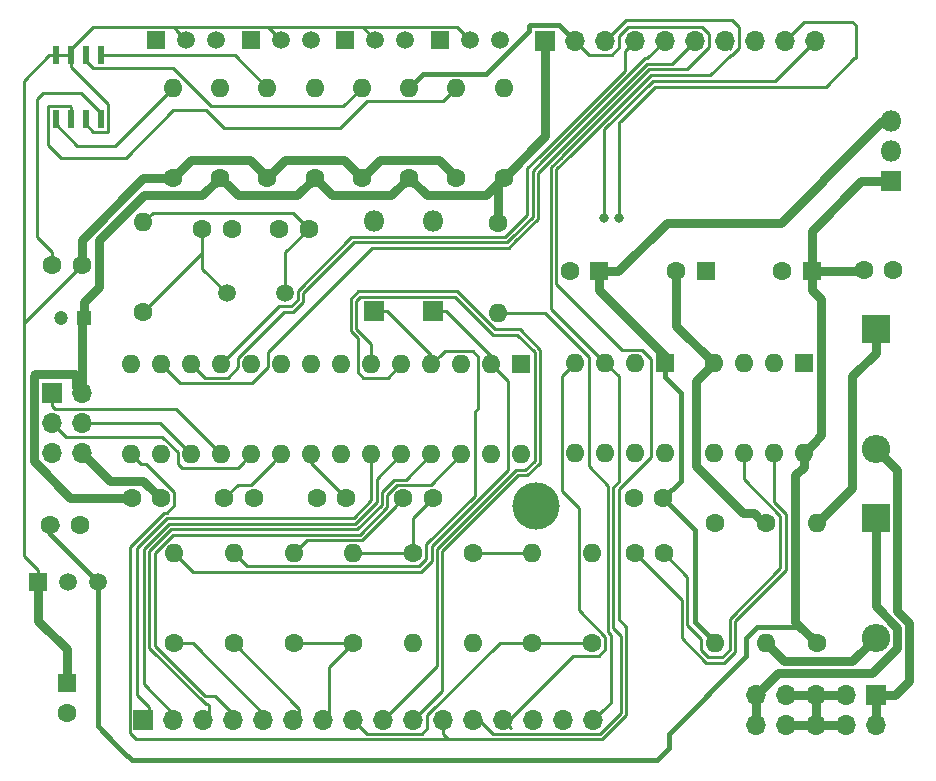
<source format=gtl>
G04 #@! TF.GenerationSoftware,KiCad,Pcbnew,(5.1.2)-1*
G04 #@! TF.CreationDate,2020-08-05T13:24:30-07:00*
G04 #@! TF.ProjectId,kicad-cpu-board,6b696361-642d-4637-9075-2d626f617264,rev?*
G04 #@! TF.SameCoordinates,Original*
G04 #@! TF.FileFunction,Copper,L1,Top*
G04 #@! TF.FilePolarity,Positive*
%FSLAX46Y46*%
G04 Gerber Fmt 4.6, Leading zero omitted, Abs format (unit mm)*
G04 Created by KiCad (PCBNEW (5.1.2)-1) date 2020-08-05 13:24:30*
%MOMM*%
%LPD*%
G04 APERTURE LIST*
%ADD10C,1.520000*%
%ADD11R,1.520000X1.520000*%
%ADD12C,1.600000*%
%ADD13O,1.600000X1.600000*%
%ADD14R,1.700000X1.700000*%
%ADD15O,1.700000X1.700000*%
%ADD16R,1.600000X1.600000*%
%ADD17C,1.200000*%
%ADD18R,1.200000X1.200000*%
%ADD19O,1.800000X1.800000*%
%ADD20R,1.800000X1.800000*%
%ADD21R,2.400000X2.400000*%
%ADD22O,2.400000X2.400000*%
%ADD23R,0.600000X1.550000*%
%ADD24C,1.500000*%
%ADD25C,4.000000*%
%ADD26C,0.800000*%
%ADD27C,0.250000*%
%ADD28C,0.800000*%
%ADD29C,0.400000*%
G04 APERTURE END LIST*
D10*
X29611320Y-95415100D03*
X32151320Y-95415100D03*
D11*
X27071320Y-95415100D03*
D10*
X55647700Y-49500000D03*
X58187700Y-49500000D03*
D11*
X53107700Y-49500000D03*
D10*
X39647700Y-49500000D03*
X42187700Y-49500000D03*
D11*
X37107700Y-49500000D03*
D10*
X47647700Y-49500000D03*
X50187700Y-49500000D03*
D11*
X45107700Y-49500000D03*
D10*
X63647700Y-49500000D03*
X66187700Y-49500000D03*
D11*
X61107700Y-49500000D03*
D12*
X80086840Y-93002100D03*
X77586840Y-93002100D03*
X88713530Y-90421460D03*
D13*
X88713530Y-100581460D03*
D12*
X93000000Y-100621460D03*
D13*
X93000000Y-90461460D03*
D12*
X84427060Y-90421460D03*
D13*
X84427060Y-100581460D03*
D14*
X36007040Y-107099100D03*
D15*
X38547040Y-107099100D03*
X41087040Y-107099100D03*
X43627040Y-107099100D03*
X46167040Y-107099100D03*
X48707040Y-107099100D03*
X51247040Y-107099100D03*
X53787040Y-107099100D03*
X56327040Y-107099100D03*
X58867040Y-107099100D03*
X61407040Y-107099100D03*
X63947040Y-107099100D03*
X66487040Y-107099100D03*
X69027040Y-107099100D03*
X71567040Y-107099100D03*
X74107040Y-107099100D03*
D16*
X80200000Y-76900000D03*
D13*
X72580000Y-84520000D03*
X77660000Y-76900000D03*
X75120000Y-84520000D03*
X75120000Y-76900000D03*
X77660000Y-84520000D03*
X72580000Y-76900000D03*
X80200000Y-84520000D03*
D12*
X97000000Y-69000000D03*
X99500000Y-69000000D03*
X30625001Y-90625001D03*
X28125001Y-90625001D03*
D13*
X68000000Y-84620000D03*
X34980000Y-77000000D03*
X65460000Y-84620000D03*
X37520000Y-77000000D03*
X62920000Y-84620000D03*
X40060000Y-77000000D03*
X60380000Y-84620000D03*
X42600000Y-77000000D03*
X57840000Y-84620000D03*
X45140000Y-77000000D03*
X55300000Y-84620000D03*
X47680000Y-77000000D03*
X52760000Y-84620000D03*
X50220000Y-77000000D03*
X50220000Y-84620000D03*
X52760000Y-77000000D03*
X47680000Y-84620000D03*
X55300000Y-77000000D03*
X45140000Y-84620000D03*
X57840000Y-77000000D03*
X42600000Y-84620000D03*
X60380000Y-77000000D03*
X40060000Y-84620000D03*
X62920000Y-77000000D03*
X37520000Y-84620000D03*
X65460000Y-77000000D03*
X34980000Y-84620000D03*
D16*
X68000000Y-77000000D03*
D12*
X72100000Y-69100000D03*
D16*
X74600000Y-69100000D03*
D17*
X29000000Y-73100000D03*
D18*
X31000000Y-73100000D03*
D12*
X80000000Y-88350000D03*
X77500000Y-88350000D03*
X45350000Y-88350000D03*
X42850000Y-88350000D03*
X50000000Y-65500000D03*
X47500000Y-65500000D03*
X53200000Y-88350000D03*
X50700000Y-88350000D03*
X41000000Y-65500000D03*
X43500000Y-65500000D03*
D16*
X29525000Y-104000000D03*
D12*
X29525000Y-106500000D03*
X90100000Y-69100000D03*
D16*
X92600000Y-69100000D03*
X83600000Y-69100000D03*
D12*
X81100000Y-69100000D03*
X30775000Y-68600000D03*
X28275000Y-68600000D03*
X37500000Y-88350000D03*
X35000000Y-88350000D03*
X58000000Y-88350000D03*
X60500000Y-88350000D03*
D19*
X60500000Y-64880000D03*
D20*
X60500000Y-72500000D03*
X55500000Y-72500000D03*
D19*
X55500000Y-64880000D03*
D21*
X98000000Y-74000000D03*
D22*
X98000000Y-84160000D03*
X98000000Y-100160000D03*
D21*
X98000000Y-90000000D03*
D15*
X30790000Y-84480000D03*
X28250000Y-84480000D03*
X30790000Y-81940000D03*
X28250000Y-81940000D03*
X30790000Y-79400000D03*
D14*
X28250000Y-79400000D03*
D15*
X92875993Y-49594547D03*
X90335993Y-49594547D03*
X87795993Y-49594547D03*
X85255993Y-49594547D03*
X82715993Y-49594547D03*
X80175993Y-49594547D03*
X77635993Y-49594547D03*
X75095993Y-49594547D03*
X72555993Y-49594547D03*
D14*
X70015993Y-49594547D03*
D15*
X87840000Y-107540000D03*
X87840000Y-105000000D03*
X90380000Y-107540000D03*
X90380000Y-105000000D03*
X92920000Y-107540000D03*
X92920000Y-105000000D03*
X95460000Y-107540000D03*
X95460000Y-105000000D03*
X98000000Y-107540000D03*
D14*
X98000000Y-105000000D03*
D12*
X36000000Y-72600000D03*
D13*
X36000000Y-64980000D03*
D12*
X66000000Y-65000000D03*
D13*
X66000000Y-72620000D03*
D12*
X38600000Y-100600000D03*
D13*
X38600000Y-92980000D03*
X62500000Y-53580000D03*
D12*
X62500000Y-61200000D03*
D13*
X66500000Y-53580000D03*
D12*
X66500000Y-61200000D03*
X46500000Y-61200000D03*
D13*
X46500000Y-53580000D03*
X50500000Y-53580000D03*
D12*
X50500000Y-61200000D03*
D13*
X43657142Y-92980000D03*
D12*
X43657142Y-100600000D03*
D13*
X38500000Y-53580000D03*
D12*
X38500000Y-61200000D03*
X42500000Y-61200000D03*
D13*
X42500000Y-53580000D03*
X54500000Y-53580000D03*
D12*
X54500000Y-61200000D03*
X58500000Y-61200000D03*
D13*
X58500000Y-53580000D03*
X48714284Y-92980000D03*
D12*
X48714284Y-100600000D03*
X58828568Y-92950000D03*
D13*
X58828568Y-100570000D03*
X53771426Y-92980000D03*
D12*
X53771426Y-100600000D03*
X74000000Y-100600000D03*
D13*
X74000000Y-92980000D03*
X63885710Y-100570000D03*
D12*
X63885710Y-92950000D03*
X68942852Y-100600000D03*
D13*
X68942852Y-92980000D03*
D19*
X99300000Y-56420000D03*
X99300000Y-58960000D03*
D20*
X99300000Y-61500000D03*
D23*
X28595000Y-50800000D03*
X29865000Y-50800000D03*
X31135000Y-50800000D03*
X32405000Y-50800000D03*
X32405000Y-56200000D03*
X31135000Y-56200000D03*
X29865000Y-56200000D03*
X28595000Y-56200000D03*
D13*
X91900000Y-84520000D03*
X84280000Y-76900000D03*
X89360000Y-84520000D03*
X86820000Y-76900000D03*
X86820000Y-84520000D03*
X89360000Y-76900000D03*
X84280000Y-84520000D03*
D16*
X91900000Y-76900000D03*
D24*
X43100000Y-71000000D03*
X48000000Y-71000000D03*
D25*
X69257841Y-88951633D03*
D26*
X75000000Y-64600000D03*
X76300000Y-64600000D03*
D27*
X28275000Y-67468630D02*
X27000000Y-66193630D01*
X28275000Y-68600000D02*
X28275000Y-67468630D01*
X27000000Y-66193630D02*
X27000000Y-54500000D01*
X27000000Y-54500000D02*
X27500000Y-54000000D01*
X32405000Y-55725000D02*
X32405000Y-56200000D01*
X30680000Y-54000000D02*
X32405000Y-55725000D01*
X27500000Y-54000000D02*
X30680000Y-54000000D01*
D28*
X95460000Y-105000000D02*
X90380000Y-105000000D01*
X90380000Y-107540000D02*
X95460000Y-107540000D01*
X92920000Y-107540000D02*
X92920000Y-105000000D01*
X31639999Y-85329999D02*
X30790000Y-84480000D01*
X33159999Y-86849999D02*
X31639999Y-85329999D01*
X35999999Y-86849999D02*
X33159999Y-86849999D01*
X37500000Y-88350000D02*
X35999999Y-86849999D01*
D27*
X85697998Y-50036274D02*
X85700000Y-50038276D01*
X85697998Y-48908272D02*
X85697998Y-50036274D01*
X85700000Y-50038276D02*
X85700000Y-50300000D01*
X88237998Y-49600000D02*
X88237998Y-50062002D01*
X88237998Y-49600000D02*
X88237998Y-48908272D01*
D28*
X66000000Y-61700000D02*
X66500000Y-61200000D01*
X66000000Y-65000000D02*
X66000000Y-61700000D01*
X30332500Y-78942500D02*
X30790000Y-79400000D01*
X30332500Y-78000000D02*
X30332500Y-78942500D01*
D29*
X80200000Y-78100000D02*
X80200000Y-76900000D01*
X81500001Y-79400001D02*
X80200000Y-78100000D01*
X81500001Y-86849999D02*
X81500001Y-79400001D01*
X80000000Y-88350000D02*
X81500001Y-86849999D01*
D28*
X26699999Y-77989999D02*
X26839999Y-77849999D01*
X26839999Y-77849999D02*
X30182499Y-77849999D01*
X26699999Y-85224001D02*
X26699999Y-77989999D01*
X29825998Y-88350000D02*
X26699999Y-85224001D01*
X35000000Y-88350000D02*
X29825998Y-88350000D01*
X30182499Y-77849999D02*
X30332500Y-78000000D01*
X43299999Y-61999999D02*
X42500000Y-61200000D01*
X44000001Y-62700001D02*
X43299999Y-61999999D01*
X48999999Y-62700001D02*
X44000001Y-62700001D01*
X50500000Y-61200000D02*
X48999999Y-62700001D01*
X93509999Y-61410001D02*
X93509999Y-61490001D01*
X98500000Y-56420000D02*
X93509999Y-61410001D01*
X93509999Y-61490001D02*
X90000000Y-65000000D01*
X76200000Y-69100000D02*
X74600000Y-69100000D01*
X80300000Y-65000000D02*
X76200000Y-69100000D01*
X90000000Y-65000000D02*
X80300000Y-65000000D01*
X65700001Y-61999999D02*
X66500000Y-61200000D01*
X64999999Y-62700001D02*
X65700001Y-61999999D01*
X60000001Y-62700001D02*
X64999999Y-62700001D01*
X58500000Y-61200000D02*
X60000001Y-62700001D01*
X51299999Y-61999999D02*
X50500000Y-61200000D01*
X52000001Y-62700001D02*
X51299999Y-61999999D01*
X56999999Y-62700001D02*
X52000001Y-62700001D01*
X58500000Y-61200000D02*
X56999999Y-62700001D01*
X30790000Y-73310000D02*
X31000000Y-73100000D01*
X30790000Y-79400000D02*
X30790000Y-73310000D01*
X31000000Y-71700000D02*
X31000000Y-73100000D01*
X32275001Y-70424999D02*
X31000000Y-71700000D01*
X32275001Y-66484997D02*
X32275001Y-70424999D01*
X36059997Y-62700001D02*
X32275001Y-66484997D01*
X40999999Y-62700001D02*
X36059997Y-62700001D01*
X42500000Y-61200000D02*
X40999999Y-62700001D01*
X74600000Y-70700000D02*
X80200000Y-76300000D01*
X74600000Y-69100000D02*
X74600000Y-70700000D01*
X80200000Y-76300000D02*
X80200000Y-76900000D01*
D27*
X50220000Y-85370000D02*
X50220000Y-84620000D01*
X53200000Y-88350000D02*
X50220000Y-85370000D01*
D29*
X80000000Y-88350000D02*
X82677048Y-91027048D01*
X83627061Y-99781461D02*
X84427060Y-100581460D01*
X82677048Y-98831448D02*
X83627061Y-99781461D01*
X82677048Y-91027048D02*
X82677048Y-98831448D01*
D28*
X70015993Y-57684007D02*
X70015993Y-49594547D01*
X66500000Y-61200000D02*
X70015993Y-57684007D01*
D27*
X46880001Y-85419999D02*
X47680000Y-84620000D01*
X45075001Y-87224999D02*
X46880001Y-85419999D01*
X43975001Y-87224999D02*
X45075001Y-87224999D01*
X42850000Y-88350000D02*
X43975001Y-87224999D01*
X48000000Y-67500000D02*
X50000000Y-65500000D01*
X48000000Y-71000000D02*
X48000000Y-67500000D01*
X36799999Y-64180001D02*
X36000000Y-64980000D01*
X48680001Y-64180001D02*
X36799999Y-64180001D01*
X50000000Y-65500000D02*
X48680001Y-64180001D01*
X41000000Y-68900000D02*
X43100000Y-71000000D01*
X41000000Y-65500000D02*
X41000000Y-68900000D01*
X41000000Y-67600000D02*
X36000000Y-72600000D01*
X41000000Y-65500000D02*
X41000000Y-67600000D01*
X30775000Y-68600000D02*
X25874988Y-73500012D01*
X31135000Y-56675000D02*
X31135000Y-56200000D01*
X31760001Y-57300001D02*
X31135000Y-56675000D01*
X32965001Y-57300001D02*
X31760001Y-57300001D01*
X33030001Y-57235001D02*
X32965001Y-57300001D01*
X33030001Y-54990001D02*
X33030001Y-57235001D01*
X29865000Y-51825000D02*
X33030001Y-54990001D01*
X29865000Y-50800000D02*
X29865000Y-51825000D01*
X29865000Y-50800000D02*
X28595000Y-50800000D01*
X25874988Y-73500012D02*
X25874988Y-75500000D01*
X25874988Y-52970012D02*
X25874988Y-53500000D01*
X28045000Y-50800000D02*
X25874988Y-52970012D01*
X28595000Y-50800000D02*
X28045000Y-50800000D01*
D28*
X45700001Y-60400001D02*
X46500000Y-61200000D01*
X44999999Y-59699999D02*
X45700001Y-60400001D01*
X40000001Y-59699999D02*
X44999999Y-59699999D01*
X38500000Y-61200000D02*
X40000001Y-59699999D01*
X53700001Y-60400001D02*
X54500000Y-61200000D01*
X52999999Y-59699999D02*
X53700001Y-60400001D01*
X48000001Y-59699999D02*
X52999999Y-59699999D01*
X46500000Y-61200000D02*
X48000001Y-59699999D01*
X61700001Y-60400001D02*
X62500000Y-61200000D01*
X60999999Y-59699999D02*
X61700001Y-60400001D01*
X56000001Y-59699999D02*
X60999999Y-59699999D01*
X54500000Y-61200000D02*
X56000001Y-59699999D01*
X36004348Y-61200000D02*
X37368630Y-61200000D01*
X37368630Y-61200000D02*
X38500000Y-61200000D01*
X30775000Y-68600000D02*
X30775000Y-66429348D01*
X30775000Y-66429348D02*
X36004348Y-61200000D01*
D27*
X38887701Y-48740001D02*
X39647700Y-49500000D01*
X38562699Y-48414999D02*
X38887701Y-48740001D01*
X29865000Y-50325000D02*
X31775001Y-48414999D01*
X29865000Y-50800000D02*
X29865000Y-50325000D01*
X46562699Y-48414999D02*
X47647700Y-49500000D01*
X31775001Y-48414999D02*
X37876421Y-48414999D01*
X37876421Y-48414999D02*
X38562699Y-48414999D01*
X54562699Y-48414999D02*
X55647700Y-49500000D01*
X37876421Y-48414999D02*
X44983459Y-48414999D01*
X44983459Y-48414999D02*
X46562699Y-48414999D01*
X62562699Y-48414999D02*
X63647700Y-49500000D01*
X54107021Y-48414999D02*
X62562699Y-48414999D01*
X44983459Y-48414999D02*
X54107021Y-48414999D01*
X54107021Y-48414999D02*
X54562699Y-48414999D01*
D28*
X29525000Y-104000000D02*
X29525000Y-101140300D01*
X27071320Y-98686620D02*
X27071320Y-95415100D01*
X29525000Y-101140300D02*
X27071320Y-98686620D01*
D27*
X27071320Y-94405100D02*
X27071320Y-95415100D01*
X25874988Y-93208768D02*
X27071320Y-94405100D01*
X25874988Y-75102712D02*
X25874988Y-93208768D01*
X25874988Y-53500000D02*
X25874988Y-75102712D01*
X25874988Y-75102712D02*
X25874988Y-75500000D01*
D28*
X96800000Y-61500000D02*
X98500000Y-61500000D01*
X92600000Y-65700000D02*
X96800000Y-61500000D01*
X92600000Y-69100000D02*
X92600000Y-65700000D01*
X92699999Y-83720001D02*
X91900000Y-84520000D01*
X93400001Y-83019999D02*
X92699999Y-83720001D01*
X93400001Y-71500001D02*
X93400001Y-83019999D01*
X92600000Y-70700000D02*
X93400001Y-71500001D01*
X92600000Y-69100000D02*
X92600000Y-70700000D01*
X96900000Y-69100000D02*
X97000000Y-69000000D01*
X92600000Y-69100000D02*
X96900000Y-69100000D01*
X93000000Y-100600000D02*
X91213553Y-98813553D01*
X91213553Y-98806000D02*
X91213553Y-86330264D01*
X91213553Y-86337817D02*
X91900000Y-85651370D01*
X91900000Y-85651370D02*
X91900000Y-84520000D01*
D29*
X28125001Y-91388781D02*
X28125001Y-90625001D01*
X32151320Y-95415100D02*
X28125001Y-91388781D01*
X28699801Y-90625001D02*
X28125001Y-90625001D01*
X80500000Y-108290558D02*
X87058670Y-101731888D01*
X87058670Y-100190130D02*
X87978801Y-99269999D01*
X92200001Y-99800001D02*
X93000000Y-100600000D01*
X87978801Y-99269999D02*
X91669999Y-99269999D01*
X80500000Y-109500000D02*
X80500000Y-108290558D01*
X87058670Y-101731888D02*
X87058670Y-100190130D01*
X79500000Y-110500000D02*
X80500000Y-109500000D01*
X35000000Y-110500000D02*
X79500000Y-110500000D01*
X91669999Y-99269999D02*
X92200001Y-99800001D01*
X32151320Y-107651320D02*
X34297100Y-109797100D01*
X32151320Y-95415100D02*
X32151320Y-107651320D01*
X32500000Y-108000000D02*
X34297100Y-109797100D01*
X34297100Y-109797100D02*
X35000000Y-110500000D01*
D28*
X81100000Y-73720000D02*
X84280000Y-76900000D01*
X81100000Y-69100000D02*
X81100000Y-73720000D01*
X83480001Y-77699999D02*
X84280000Y-76900000D01*
X82779999Y-78400001D02*
X83480001Y-77699999D01*
D29*
X82779999Y-84984719D02*
X82779999Y-84738339D01*
X87079599Y-89621461D02*
X87665661Y-89621461D01*
D28*
X87665661Y-89621461D02*
X88465660Y-90421460D01*
X86783599Y-89621461D02*
X87665661Y-89621461D01*
X82779999Y-85617861D02*
X86783599Y-89621461D01*
X82779999Y-84100799D02*
X82779999Y-85617861D01*
X82779999Y-84738339D02*
X82779999Y-84100799D01*
X82779999Y-84100799D02*
X82779999Y-78400001D01*
D27*
X57200001Y-89149999D02*
X58000000Y-88350000D01*
X54495001Y-91854999D02*
X57200001Y-89149999D01*
X49839285Y-91854999D02*
X54495001Y-91854999D01*
X48714284Y-92980000D02*
X49839285Y-91854999D01*
X53801426Y-92950000D02*
X53771426Y-92980000D01*
X58828568Y-92950000D02*
X53801426Y-92950000D01*
X58828568Y-91818630D02*
X58828568Y-92950000D01*
X60500000Y-88350000D02*
X58828568Y-90021432D01*
X58828568Y-90021432D02*
X58828568Y-91818630D01*
X68912852Y-92950000D02*
X68942852Y-92980000D01*
X63885710Y-92950000D02*
X68912852Y-92950000D01*
X83839059Y-101806461D02*
X85015061Y-101806461D01*
X85015061Y-101806461D02*
X85652061Y-101169461D01*
X86820000Y-85651370D02*
X86820000Y-84520000D01*
X89938531Y-89833458D02*
X86820000Y-86714927D01*
X85652061Y-98529752D02*
X89938531Y-94243283D01*
X83202059Y-101169461D02*
X83839059Y-101806461D01*
X82052038Y-99090335D02*
X83202059Y-100240356D01*
X80086840Y-93002100D02*
X82052038Y-94967298D01*
X86820000Y-86714927D02*
X86820000Y-85651370D01*
X89938531Y-94243283D02*
X89938531Y-89833458D01*
X83202059Y-100240356D02*
X83202059Y-101169461D01*
X82052038Y-94967298D02*
X82052038Y-99090335D01*
X85652061Y-101169461D02*
X85652061Y-98529752D01*
X89500000Y-84660000D02*
X89360000Y-84520000D01*
X89360000Y-84520000D02*
X89360000Y-88618517D01*
X89360000Y-88618517D02*
X90388542Y-89647059D01*
X83652659Y-102256472D02*
X85201461Y-102256472D01*
X81602027Y-100205840D02*
X83652659Y-102256472D01*
X77657960Y-93002100D02*
X81602027Y-96946167D01*
X77586840Y-93002100D02*
X77657960Y-93002100D01*
X86102072Y-101355861D02*
X86102072Y-98716152D01*
X85201461Y-102256472D02*
X86102072Y-101355861D01*
X90388542Y-89647059D02*
X90388542Y-94429682D01*
X81602027Y-96946167D02*
X81602027Y-100205840D01*
X86102072Y-98716152D02*
X90388542Y-94429682D01*
X65460000Y-76310000D02*
X65460000Y-77000000D01*
X61650000Y-72500000D02*
X65460000Y-76310000D01*
X60500000Y-72500000D02*
X61650000Y-72500000D01*
X40175012Y-94555012D02*
X59524969Y-94555012D01*
X59524969Y-94555012D02*
X60403580Y-93676401D01*
X60403580Y-93676401D02*
X60403580Y-92420320D01*
X66874999Y-78414999D02*
X66259999Y-77799999D01*
X60403580Y-92420320D02*
X66874999Y-85948901D01*
X66259999Y-77799999D02*
X65460000Y-77000000D01*
X38600000Y-92980000D02*
X40175012Y-94555012D01*
X66874999Y-85948901D02*
X66874999Y-78414999D01*
X60380000Y-76230000D02*
X60380000Y-77000000D01*
X56650000Y-72500000D02*
X60380000Y-76230000D01*
X55500000Y-72500000D02*
X56650000Y-72500000D01*
X64045001Y-81000000D02*
X64334999Y-80710002D01*
X61179999Y-76200001D02*
X60380000Y-77000000D01*
X61505001Y-75874999D02*
X61179999Y-76200001D01*
X64334999Y-80710002D02*
X64334999Y-76334999D01*
X64334999Y-76334999D02*
X63874999Y-75874999D01*
X63874999Y-75874999D02*
X61505001Y-75874999D01*
X64045001Y-88142489D02*
X64045001Y-81000000D01*
X59953569Y-92233921D02*
X64045001Y-88142489D01*
X59953569Y-93490001D02*
X59953569Y-92233921D01*
X59338569Y-94105001D02*
X59953569Y-93490001D01*
X44782143Y-94105001D02*
X59338569Y-94105001D01*
X43657142Y-92980000D02*
X44782143Y-94105001D01*
D28*
X98000000Y-76000000D02*
X98000000Y-74000000D01*
X96000000Y-78000000D02*
X98000000Y-76000000D01*
X96000000Y-87461460D02*
X93000000Y-90461460D01*
X96000000Y-86099080D02*
X96000000Y-87461460D01*
X96000000Y-86099080D02*
X96000000Y-78000000D01*
X98000000Y-107540000D02*
X98000000Y-105000000D01*
X99650000Y-105000000D02*
X98000000Y-105000000D01*
X100800012Y-103849988D02*
X99650000Y-105000000D01*
X100800012Y-98881781D02*
X100800012Y-103849988D01*
X99800001Y-97881771D02*
X100800012Y-98881781D01*
X99800001Y-85960001D02*
X99800001Y-97881771D01*
X98000000Y-84160000D02*
X99800001Y-85960001D01*
X90253531Y-102121461D02*
X89513529Y-101381459D01*
X96038539Y-102121461D02*
X90253531Y-102121461D01*
X98000000Y-100160000D02*
X96038539Y-102121461D01*
X89513529Y-101381459D02*
X88713530Y-100581460D01*
X87840000Y-107540000D02*
X87840000Y-105000000D01*
X89718528Y-103121472D02*
X88689999Y-104150001D01*
X99800001Y-101024001D02*
X97702530Y-103121472D01*
X97702530Y-103121472D02*
X89718528Y-103121472D01*
X88689999Y-104150001D02*
X87840000Y-105000000D01*
X99800001Y-99295999D02*
X99800001Y-101024001D01*
X98000000Y-97495998D02*
X99800001Y-99295999D01*
X98000000Y-90000000D02*
X98000000Y-97495998D01*
D27*
X73705001Y-76359999D02*
X73705001Y-85611419D01*
X69965002Y-72620000D02*
X73705001Y-76359999D01*
X66000000Y-72620000D02*
X69965002Y-72620000D01*
X74957039Y-106249101D02*
X74107040Y-107099100D01*
X75575012Y-105631128D02*
X74957039Y-106249101D01*
X75351640Y-99650227D02*
X75575012Y-99873599D01*
X75351640Y-87258058D02*
X75351640Y-99650227D01*
X73705001Y-85611419D02*
X75351640Y-87258058D01*
X75575012Y-99873599D02*
X75575012Y-105631128D01*
X37380000Y-81940000D02*
X30790000Y-81940000D01*
X40060000Y-84620000D02*
X37380000Y-81940000D01*
X67112996Y-107822272D02*
X66262997Y-106972273D01*
X71454999Y-87747970D02*
X72874999Y-89167970D01*
X71454999Y-78025001D02*
X71454999Y-87747970D01*
X75125001Y-101140001D02*
X74540001Y-101725001D01*
X72874999Y-89167970D02*
X72874999Y-97809997D01*
X74540001Y-101725001D02*
X72365539Y-101725001D01*
X72365539Y-101725001D02*
X67845992Y-106244548D01*
X75125001Y-100059999D02*
X75125001Y-101140001D01*
X72874999Y-97809997D02*
X75125001Y-100059999D01*
X67845992Y-106244548D02*
X66995993Y-107094547D01*
X72580000Y-76900000D02*
X71454999Y-78025001D01*
X38934999Y-84434999D02*
X38934999Y-85434999D01*
X37615001Y-83115001D02*
X38934999Y-84434999D01*
X28250000Y-81940000D02*
X29425001Y-83115001D01*
X29425001Y-83115001D02*
X37615001Y-83115001D01*
X44340001Y-85419999D02*
X45140000Y-84620000D01*
X44014999Y-85745001D02*
X44340001Y-85419999D01*
X39245001Y-85745001D02*
X44014999Y-85745001D01*
X38934999Y-85434999D02*
X39245001Y-85745001D01*
X75120000Y-76900000D02*
X70524988Y-72304988D01*
X70524988Y-72304988D02*
X70524988Y-64500000D01*
X70524988Y-64500000D02*
X70524988Y-64106692D01*
X71436410Y-59402179D02*
X70524988Y-60313602D01*
X71436410Y-59400000D02*
X71436410Y-59402179D01*
X83890994Y-50109006D02*
X82000000Y-52000000D01*
X83890994Y-49030546D02*
X83890994Y-50109006D01*
X83279994Y-48419546D02*
X83890994Y-49030546D01*
X70524988Y-60313602D02*
X70524988Y-64500000D01*
X82000000Y-52000000D02*
X78836411Y-52000000D01*
X77071992Y-48419546D02*
X83279994Y-48419546D01*
X78836411Y-52000000D02*
X71436410Y-59400000D01*
X76270994Y-49220544D02*
X77071992Y-48419546D01*
X76270994Y-50158548D02*
X76270994Y-49220544D01*
X75659994Y-50769548D02*
X76270994Y-50158548D01*
X73730994Y-50769548D02*
X75659994Y-50769548D01*
X72555993Y-49594547D02*
X73730994Y-50769548D01*
X65635547Y-108274101D02*
X64455993Y-107094547D01*
X74671041Y-108274101D02*
X65635547Y-108274101D01*
X76450009Y-106495133D02*
X74671041Y-108274101D01*
X75120000Y-76900000D02*
X76245001Y-78025001D01*
X76245001Y-78025001D02*
X76245001Y-86931090D01*
X75801651Y-87374440D02*
X75801651Y-99322051D01*
X76245001Y-86931090D02*
X75801651Y-87374440D01*
X75801651Y-99322051D02*
X76450009Y-99970409D01*
X76450009Y-99970409D02*
X76450009Y-106495133D01*
D29*
X71705994Y-48744548D02*
X72555993Y-49594547D01*
X71205992Y-48244546D02*
X71705994Y-48744548D01*
X68765992Y-48244546D02*
X71205992Y-48244546D01*
X68665992Y-48738510D02*
X68665992Y-48344546D01*
X65024503Y-52379999D02*
X68665992Y-48738510D01*
X68665992Y-48344546D02*
X68765992Y-48244546D01*
X59700001Y-52379999D02*
X65024503Y-52379999D01*
X58500000Y-53580000D02*
X59700001Y-52379999D01*
D27*
X41800001Y-83820001D02*
X42600000Y-84620000D01*
X38744999Y-80764999D02*
X41800001Y-83820001D01*
X28514999Y-80764999D02*
X38744999Y-80764999D01*
X28250000Y-80500000D02*
X28514999Y-80764999D01*
X28250000Y-79400000D02*
X28250000Y-80500000D01*
X75011409Y-57100000D02*
X75011409Y-62717589D01*
X79111409Y-53000000D02*
X75011409Y-57100000D01*
X75011409Y-62717589D02*
X75011409Y-64588591D01*
X75011409Y-64588591D02*
X75000000Y-64600000D01*
X89470540Y-53000000D02*
X89000000Y-53000000D01*
X92875993Y-49594547D02*
X89470540Y-53000000D01*
X89000000Y-53000000D02*
X79111409Y-53000000D01*
X96297272Y-48297272D02*
X96000000Y-48000000D01*
X96297272Y-51100000D02*
X96200000Y-51100000D01*
X96297272Y-51100000D02*
X96297272Y-48297272D01*
X96200000Y-51100000D02*
X93800000Y-53500000D01*
X79300000Y-53500000D02*
X93800000Y-53500000D01*
X76300000Y-56500000D02*
X76400000Y-56400000D01*
X76300000Y-64600000D02*
X76300000Y-56500000D01*
X76400000Y-56400000D02*
X79300000Y-53500000D01*
X91930540Y-48000000D02*
X94000000Y-48000000D01*
X90335993Y-49594547D02*
X91930540Y-48000000D01*
X96000000Y-48000000D02*
X94000000Y-48000000D01*
X94000000Y-48000000D02*
X93615270Y-48000000D01*
X69400000Y-60800000D02*
X69400000Y-64685822D01*
X70200000Y-60000000D02*
X69400000Y-60800000D01*
X69400000Y-64685822D02*
X67500000Y-66585822D01*
X66960802Y-67125020D02*
X67500000Y-66585822D01*
X78650011Y-51549990D02*
X70200000Y-60000000D01*
X39095012Y-78575012D02*
X45229990Y-78575012D01*
X46554999Y-75945001D02*
X55374980Y-67125020D01*
X37520000Y-77000000D02*
X39095012Y-78575012D01*
X55374980Y-67125020D02*
X66960802Y-67125020D01*
X45229990Y-78575012D02*
X46554999Y-77250003D01*
X46554999Y-77250003D02*
X46554999Y-75945001D01*
X80760550Y-51549990D02*
X79000000Y-51549990D01*
X82715993Y-49594547D02*
X80760550Y-51549990D01*
X79000000Y-51549990D02*
X78650011Y-51549990D01*
X43140001Y-78125001D02*
X44000000Y-77265002D01*
X41185001Y-78125001D02*
X43140001Y-78125001D01*
X40060000Y-77000000D02*
X41185001Y-78125001D01*
X49525011Y-70949987D02*
X53799988Y-66675010D01*
X49525011Y-71702401D02*
X49525011Y-70949987D01*
X44000000Y-76474998D02*
X47949987Y-72525011D01*
X44000000Y-77265002D02*
X44000000Y-76474998D01*
X47949987Y-72525011D02*
X48702402Y-72525010D01*
X48702402Y-72525010D02*
X49525011Y-71702401D01*
X66774402Y-66675010D02*
X66949412Y-66500000D01*
X53799988Y-66675010D02*
X66774402Y-66675010D01*
X66949412Y-66500000D02*
X66774401Y-66675011D01*
X68949990Y-64499422D02*
X67249412Y-66200000D01*
X67249412Y-66200000D02*
X66949412Y-66500000D01*
X69736390Y-59813600D02*
X68949990Y-60600000D01*
X69749990Y-59813600D02*
X69736390Y-59813600D01*
X78463610Y-51099981D02*
X69749990Y-59813600D01*
X68949990Y-60600000D02*
X68949990Y-64499422D01*
X78670559Y-51099981D02*
X80175993Y-49594547D01*
X78463610Y-51099981D02*
X78670559Y-51099981D01*
X78077998Y-50036274D02*
X78077998Y-49098270D01*
X42600000Y-77000000D02*
X47524999Y-72075001D01*
X66588002Y-66225000D02*
X67225001Y-65588001D01*
X53613587Y-66225000D02*
X66588002Y-66225000D01*
X47524999Y-72075001D02*
X48516001Y-72075001D01*
X49075001Y-71516001D02*
X49075001Y-70763586D01*
X49075001Y-70763586D02*
X53613587Y-66225000D01*
X48516001Y-72075001D02*
X49075001Y-71516001D01*
X68499980Y-64313022D02*
X67225001Y-65588001D01*
X68499980Y-60413600D02*
X68499980Y-64313022D01*
X69549989Y-59363591D02*
X68499980Y-60413600D01*
X69563590Y-59363590D02*
X69549989Y-59363591D01*
X70315270Y-58600000D02*
X70315270Y-58611911D01*
X76785994Y-52141187D02*
X70000000Y-58927181D01*
X76785994Y-50444546D02*
X76785994Y-52141187D01*
X77635993Y-49594547D02*
X76785994Y-50444546D01*
X70315270Y-58611911D02*
X70000000Y-58927181D01*
X70000000Y-58927181D02*
X69563590Y-59363590D01*
X79000000Y-84000000D02*
X79000000Y-84845002D01*
X70974999Y-65000000D02*
X70974999Y-70214999D01*
X70974999Y-64297821D02*
X70974999Y-65000000D01*
X70974998Y-60899999D02*
X70974999Y-60900000D01*
X70974998Y-60525002D02*
X70974998Y-60899999D01*
X70974999Y-60500000D02*
X72400000Y-59074999D01*
X70974999Y-61100000D02*
X70974999Y-60500000D01*
X72400000Y-59074999D02*
X72100000Y-59374999D01*
X78974999Y-52500000D02*
X72400000Y-59074999D01*
X70974999Y-60900000D02*
X70974999Y-61100000D01*
X70974999Y-61100000D02*
X70974999Y-65000000D01*
X84000000Y-47847261D02*
X85847261Y-47847261D01*
X85866862Y-50769548D02*
X85730452Y-50769548D01*
X86430994Y-50205416D02*
X85866862Y-50769548D01*
X85730452Y-50769548D02*
X84000000Y-52500000D01*
X86430994Y-48430994D02*
X86430994Y-50205416D01*
X85847261Y-47847261D02*
X86430994Y-48430994D01*
X84000000Y-52500000D02*
X78974999Y-52500000D01*
X76843279Y-47847261D02*
X75095993Y-49594547D01*
X79000000Y-47847261D02*
X76843279Y-47847261D01*
X84000000Y-47847261D02*
X79000000Y-47847261D01*
X79000000Y-47847261D02*
X78528009Y-47847261D01*
X78974999Y-84820001D02*
X79000000Y-84845002D01*
X78974999Y-76549997D02*
X78974999Y-84820001D01*
X78200001Y-75774999D02*
X78974999Y-76549997D01*
X76534999Y-75774999D02*
X78200001Y-75774999D01*
X75800000Y-75040000D02*
X76534999Y-75774999D01*
X75800000Y-75040000D02*
X76000000Y-75240000D01*
X70974999Y-70214999D02*
X75800000Y-75040000D01*
X38625001Y-88890001D02*
X37965012Y-89549990D01*
X35779999Y-85419999D02*
X36235001Y-85419999D01*
X36235001Y-85419999D02*
X38625001Y-87809999D01*
X38625001Y-87809999D02*
X38625001Y-88890001D01*
X37965012Y-89549990D02*
X37777189Y-89549991D01*
X37777189Y-89549991D02*
X34832039Y-92495141D01*
X34832039Y-108209101D02*
X35347050Y-108724112D01*
X34980000Y-84620000D02*
X35779999Y-85419999D01*
X34832039Y-92495141D02*
X34832039Y-108209101D01*
X61829971Y-108724112D02*
X62468172Y-108724112D01*
X61407040Y-108301181D02*
X61829971Y-108724112D01*
X61407040Y-107099100D02*
X61407040Y-108301181D01*
X35347050Y-108724112D02*
X62468172Y-108724112D01*
X74857441Y-108724112D02*
X62468172Y-108724112D01*
X76900020Y-106681533D02*
X74857441Y-108724112D01*
X76900020Y-99210880D02*
X76900020Y-106681533D01*
X76251662Y-98562522D02*
X76900020Y-99210880D01*
X76251662Y-87593340D02*
X76251662Y-98562522D01*
X79000000Y-84845002D02*
X76251662Y-87593340D01*
X59717039Y-106249101D02*
X58867040Y-107099100D01*
X61303602Y-104662538D02*
X59717039Y-106249101D01*
X53549991Y-74186401D02*
X53549990Y-71428598D01*
X56714999Y-78125001D02*
X54625001Y-78125001D01*
X67854802Y-74033380D02*
X69575012Y-75753590D01*
X54153599Y-74790009D02*
X53549991Y-74186401D01*
X54153599Y-77653599D02*
X54153599Y-74790009D01*
X61303602Y-92793118D02*
X61303602Y-104662538D01*
X54625001Y-78125001D02*
X54153599Y-77653599D01*
X69575012Y-75753590D02*
X69575012Y-85424988D01*
X69575012Y-85424988D02*
X69496424Y-85424988D01*
X57840000Y-77000000D02*
X56714999Y-78125001D01*
X65748378Y-74033380D02*
X67854802Y-74033380D01*
X53549990Y-71428598D02*
X54153599Y-70824989D01*
X62539987Y-70824989D02*
X65748378Y-74033380D01*
X54153599Y-70824989D02*
X62539987Y-70824989D01*
X69496424Y-85424988D02*
X68523312Y-86398100D01*
X68523312Y-86398100D02*
X67698620Y-86398100D01*
X67698620Y-86398100D02*
X61303602Y-92793118D01*
X54339999Y-71274999D02*
X54274999Y-71339999D01*
X55300000Y-77000000D02*
X55300000Y-75300000D01*
X55300000Y-75300000D02*
X54000000Y-74000000D01*
X54000000Y-71614998D02*
X54339999Y-71274999D01*
X54000000Y-74000000D02*
X54000000Y-71614998D01*
X54339999Y-71274999D02*
X62353588Y-71275000D01*
X62353588Y-71275000D02*
X65561978Y-74483391D01*
X65561978Y-74483391D02*
X67668393Y-74483391D01*
X69125002Y-75940000D02*
X69125002Y-85140488D01*
X69125002Y-85140488D02*
X68317401Y-85948089D01*
X67668393Y-74483391D02*
X69125002Y-75940000D01*
X68317401Y-85948089D02*
X67512220Y-85948089D01*
X67512220Y-85948089D02*
X60853591Y-92606718D01*
X60853591Y-92606718D02*
X60853591Y-102572549D01*
X57177039Y-106249101D02*
X56327040Y-107099100D01*
X60853591Y-102572549D02*
X57177039Y-106249101D01*
X68942852Y-100600000D02*
X74000000Y-100600000D01*
X53771426Y-106763844D02*
X53562997Y-106972273D01*
X60042041Y-106725097D02*
X60042041Y-107806239D01*
X66167138Y-100600000D02*
X60042041Y-106725097D01*
X68942852Y-100600000D02*
X66167138Y-100600000D01*
X59574179Y-108274101D02*
X60042041Y-107806239D01*
X54962041Y-108274101D02*
X59574179Y-108274101D01*
X53787040Y-107099100D02*
X54962041Y-108274101D01*
X53771426Y-100600000D02*
X48714284Y-100600000D01*
X51755993Y-102615433D02*
X53771426Y-100600000D01*
X51755993Y-107094547D02*
X51755993Y-102615433D01*
X49215993Y-106158851D02*
X49215993Y-107094547D01*
X43657142Y-100600000D02*
X49215993Y-106158851D01*
X40181446Y-100600000D02*
X38600000Y-100600000D01*
X46675993Y-107094547D02*
X40181446Y-100600000D01*
X60315001Y-87224999D02*
X57459999Y-87224999D01*
X38510010Y-91404988D02*
X36950013Y-92964985D01*
X36950013Y-100813603D02*
X41186399Y-105049989D01*
X54308602Y-91404988D02*
X38510010Y-91404988D01*
X62920000Y-84620000D02*
X60315001Y-87224999D01*
X56650033Y-88034965D02*
X56650033Y-89063557D01*
X56650033Y-89063557D02*
X54308602Y-91404988D01*
X36950013Y-92964985D02*
X36950013Y-100813603D01*
X57459999Y-87224999D02*
X56650033Y-88034965D01*
X42091435Y-105049989D02*
X44135993Y-107094547D01*
X41186399Y-105049989D02*
X42091435Y-105049989D01*
X56200022Y-87799978D02*
X56200022Y-88877158D01*
X54122203Y-90954977D02*
X38323610Y-90954977D01*
X60380000Y-84620000D02*
X58225012Y-86774988D01*
X36500002Y-101000003D02*
X41297272Y-105797272D01*
X56200022Y-88877158D02*
X54122203Y-90954977D01*
X36500002Y-92778585D02*
X36500002Y-101000003D01*
X58225012Y-86774988D02*
X57225012Y-86774988D01*
X38323610Y-90954977D02*
X36500002Y-92778585D01*
X57225012Y-86774988D02*
X56200022Y-87799978D01*
X41595993Y-105892466D02*
X41595993Y-107094547D01*
X41500799Y-105797272D02*
X41595993Y-105892466D01*
X41297272Y-105797272D02*
X41500799Y-105797272D01*
X53898594Y-90500000D02*
X38100000Y-90500000D01*
X57840000Y-84620000D02*
X55750011Y-86709989D01*
X55750011Y-88690759D02*
X53935804Y-90504966D01*
X55750011Y-86709989D02*
X55750011Y-88690759D01*
X38137210Y-90504966D02*
X36049991Y-92592185D01*
X36049991Y-104088545D02*
X39055993Y-107094547D01*
X36049991Y-102000000D02*
X36049991Y-102159267D01*
X36049991Y-102000000D02*
X36049991Y-104088545D01*
X36049991Y-92592185D02*
X36049991Y-102000000D01*
X53000000Y-90000000D02*
X53215002Y-90000000D01*
X55300000Y-84620000D02*
X55300000Y-88504360D01*
X55300000Y-88504360D02*
X53804360Y-90000000D01*
X53804360Y-90000000D02*
X53000000Y-90000000D01*
X37649990Y-90355775D02*
X35500000Y-92505765D01*
X37649990Y-90313600D02*
X37649990Y-90355775D01*
X37963590Y-90000000D02*
X37649990Y-90313600D01*
X53000000Y-90000000D02*
X37963590Y-90000000D01*
X35500000Y-103049276D02*
X35500000Y-103000000D01*
X35500000Y-103000000D02*
X35500000Y-92505765D01*
X35500000Y-104978554D02*
X35500000Y-103000000D01*
X36515993Y-107094547D02*
X36515993Y-105994547D01*
X36515993Y-105994547D02*
X35500000Y-104978554D01*
X42813598Y-56950009D02*
X52686402Y-56950009D01*
X41313600Y-55450011D02*
X42813598Y-56950009D01*
X54931410Y-54705001D02*
X61374999Y-54705001D01*
X38549989Y-55450011D02*
X41313600Y-55450011D01*
X61700001Y-54379999D02*
X62500000Y-53580000D01*
X61374999Y-54705001D02*
X61700001Y-54379999D01*
X52686402Y-56950009D02*
X54931410Y-54705001D01*
X29000000Y-59500000D02*
X34500000Y-59500000D01*
X27900001Y-58400001D02*
X29000000Y-59500000D01*
X27900001Y-55099999D02*
X27900001Y-58400001D01*
X34500000Y-59500000D02*
X38549989Y-55450011D01*
X29789999Y-55099999D02*
X27900001Y-55099999D01*
X29865000Y-56200000D02*
X29865000Y-55175000D01*
X29865000Y-55175000D02*
X29789999Y-55099999D01*
X32955000Y-50800000D02*
X32405000Y-50800000D01*
X46500000Y-53580000D02*
X43720000Y-50800000D01*
X43720000Y-50800000D02*
X32955000Y-50800000D01*
X38500000Y-53580000D02*
X33580000Y-58500000D01*
X28595000Y-56675000D02*
X28595000Y-56200000D01*
X30420000Y-58500000D02*
X28595000Y-56675000D01*
X33580000Y-58500000D02*
X30420000Y-58500000D01*
X31760001Y-51900001D02*
X31135000Y-51275000D01*
X38485003Y-51900001D02*
X31760001Y-51900001D01*
X52924988Y-55155012D02*
X41740014Y-55155012D01*
X41740014Y-55155012D02*
X38485003Y-51900001D01*
X31135000Y-51275000D02*
X31135000Y-50800000D01*
X54500000Y-53580000D02*
X52924988Y-55155012D01*
M02*

</source>
